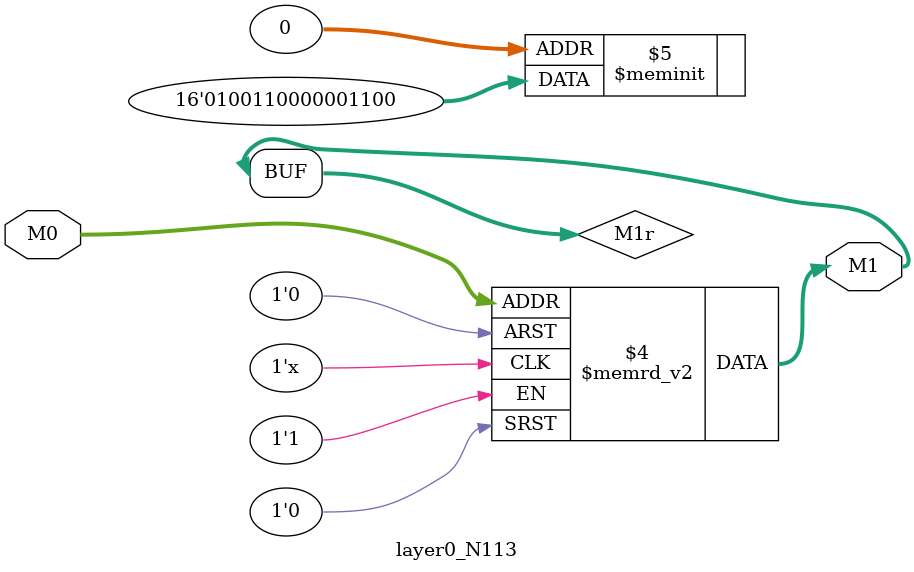
<source format=v>
module layer0_N113 ( input [2:0] M0, output [1:0] M1 );

	(*rom_style = "distributed" *) reg [1:0] M1r;
	assign M1 = M1r;
	always @ (M0) begin
		case (M0)
			3'b000: M1r = 2'b00;
			3'b100: M1r = 2'b00;
			3'b010: M1r = 2'b00;
			3'b110: M1r = 2'b00;
			3'b001: M1r = 2'b11;
			3'b101: M1r = 2'b11;
			3'b011: M1r = 2'b00;
			3'b111: M1r = 2'b01;

		endcase
	end
endmodule

</source>
